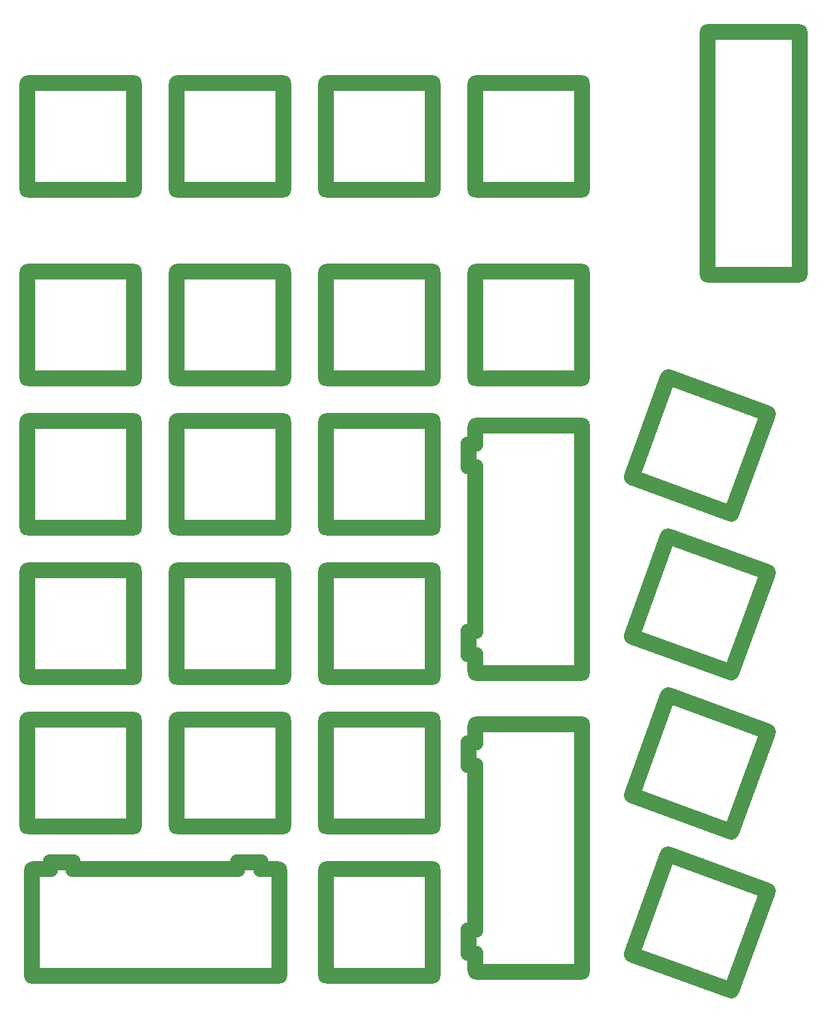
<source format=gbr>
G04 #@! TF.GenerationSoftware,KiCad,Pcbnew,(5.1.5)-3*
G04 #@! TF.CreationDate,2021-03-06T02:04:42+09:00*
G04 #@! TF.ProjectId,Getta25,47657474-6132-4352-9e6b-696361645f70,rev?*
G04 #@! TF.SameCoordinates,Original*
G04 #@! TF.FileFunction,Copper,L2,Bot*
G04 #@! TF.FilePolarity,Positive*
%FSLAX46Y46*%
G04 Gerber Fmt 4.6, Leading zero omitted, Abs format (unit mm)*
G04 Created by KiCad (PCBNEW (5.1.5)-3) date 2021-03-06 02:04:42*
%MOMM*%
%LPD*%
G04 APERTURE LIST*
%ADD10O,2.000000X15.500000*%
%ADD11O,15.500000X2.000000*%
%ADD12C,2.000000*%
%ADD13O,33.500000X2.000000*%
%ADD14O,22.900000X2.000000*%
%ADD15O,4.000000X2.000000*%
%ADD16O,4.700000X2.000000*%
%ADD17O,2.000000X2.900000*%
%ADD18O,2.000000X4.000000*%
%ADD19O,2.000000X4.700000*%
%ADD20O,2.900000X2.000000*%
%ADD21O,2.000000X22.900000*%
%ADD22O,2.000000X33.500000*%
%ADD23O,13.650000X2.000000*%
%ADD24O,2.000000X32.900000*%
G04 APERTURE END LIST*
D10*
X80150000Y-67600000D03*
X66550000Y-67600000D03*
D11*
X73350000Y-74400000D03*
X73350000Y-60800000D03*
D10*
X99200000Y-24500000D03*
X85600000Y-24500000D03*
D11*
X92400000Y-31300000D03*
X92400000Y-17700000D03*
D12*
X105501454Y-128767188D02*
X110118726Y-116081338D01*
X118281274Y-133418662D02*
X122898546Y-120732812D01*
X122868662Y-120668726D02*
X110182812Y-116051454D01*
X118217188Y-133448546D02*
X105531338Y-128831274D01*
D10*
X42050000Y-105700000D03*
X28450000Y-105700000D03*
D11*
X35250000Y-112500000D03*
X35250000Y-98900000D03*
D10*
X61100000Y-105700000D03*
X47500000Y-105700000D03*
D11*
X54300000Y-112500000D03*
X54300000Y-98900000D03*
D10*
X80150000Y-105700000D03*
X66550000Y-105700000D03*
D11*
X73350000Y-112500000D03*
X73350000Y-98900000D03*
D12*
X105501454Y-108487188D02*
X110118726Y-95801338D01*
X118281274Y-113138662D02*
X122898546Y-100452812D01*
X122868662Y-100388726D02*
X110182812Y-95771454D01*
X118217188Y-113168546D02*
X105531338Y-108551274D01*
D10*
X61100000Y-86650000D03*
X47500000Y-86650000D03*
D11*
X54300000Y-93450000D03*
X54300000Y-79850000D03*
D10*
X80150000Y-86650000D03*
X66550000Y-86650000D03*
D11*
X73350000Y-93450000D03*
X73350000Y-79850000D03*
D12*
X105501454Y-88197188D02*
X110118726Y-75511338D01*
X118281274Y-92848662D02*
X122898546Y-80162812D01*
X122868662Y-80098726D02*
X110182812Y-75481454D01*
X118217188Y-92878546D02*
X105531338Y-88261274D01*
D10*
X42050000Y-67600000D03*
X28450000Y-67600000D03*
D11*
X35250000Y-74400000D03*
X35250000Y-60800000D03*
D12*
X105501454Y-67917188D02*
X110118726Y-55231338D01*
X118281274Y-72568662D02*
X122898546Y-59882812D01*
X122868662Y-59818726D02*
X110182812Y-55201454D01*
X118217188Y-72598546D02*
X105531338Y-67981274D01*
D10*
X42050000Y-48550000D03*
X28450000Y-48550000D03*
D11*
X35250000Y-55350000D03*
X35250000Y-41750000D03*
D10*
X61100000Y-48550000D03*
X47500000Y-48550000D03*
D11*
X54300000Y-55350000D03*
X54300000Y-41750000D03*
D10*
X80150000Y-48550000D03*
X66550000Y-48550000D03*
D11*
X73350000Y-55350000D03*
X73350000Y-41750000D03*
D10*
X99200000Y-48550000D03*
X85600000Y-48550000D03*
D11*
X92400000Y-55350000D03*
X92400000Y-41750000D03*
D10*
X42050000Y-24500000D03*
X28450000Y-24500000D03*
D11*
X35250000Y-31300000D03*
X35250000Y-17700000D03*
D10*
X61100000Y-24500000D03*
X47500000Y-24500000D03*
D11*
X54300000Y-31300000D03*
X54300000Y-17700000D03*
D10*
X80150000Y-24500000D03*
X66550000Y-24500000D03*
D11*
X73350000Y-31300000D03*
X73350000Y-17700000D03*
D10*
X42050000Y-86650000D03*
X28450000Y-86650000D03*
D11*
X35250000Y-93450000D03*
X35250000Y-79850000D03*
D10*
X61100000Y-67600000D03*
X47500000Y-67600000D03*
D11*
X54300000Y-74400000D03*
X54300000Y-60800000D03*
D10*
X80150000Y-124750000D03*
X66550000Y-124750000D03*
D11*
X73350000Y-131550000D03*
X73350000Y-117950000D03*
D13*
X44775000Y-131550000D03*
D14*
X44775000Y-117950000D03*
D15*
X59375000Y-117950000D03*
D10*
X28975000Y-124750000D03*
X60575000Y-124750000D03*
D16*
X56725000Y-117050000D03*
D17*
X58175000Y-117500000D03*
X55275000Y-117500000D03*
X31375000Y-117500000D03*
X34275000Y-117500000D03*
D16*
X32825000Y-117050000D03*
D15*
X30175000Y-117950000D03*
D18*
X85600000Y-129825000D03*
D19*
X84700000Y-127175000D03*
D20*
X85150000Y-125725000D03*
X85150000Y-128625000D03*
X85150000Y-104725000D03*
X85150000Y-101825000D03*
D19*
X84700000Y-103275000D03*
D11*
X92400000Y-99425000D03*
X92400000Y-131025000D03*
D18*
X85600000Y-100625000D03*
D21*
X85600000Y-115225000D03*
D22*
X99200000Y-115225000D03*
X99200000Y-77125000D03*
D21*
X85600000Y-77125000D03*
D18*
X85600000Y-62525000D03*
D11*
X92400000Y-92925000D03*
X92400000Y-61325000D03*
D19*
X84700000Y-65175000D03*
D20*
X85150000Y-63725000D03*
X85150000Y-66625000D03*
X85150000Y-90525000D03*
X85150000Y-87625000D03*
D19*
X84700000Y-89075000D03*
D18*
X85600000Y-91725000D03*
D23*
X121050000Y-42150000D03*
D24*
X126950000Y-26650000D03*
D23*
X121050000Y-11150000D03*
D24*
X115150000Y-26650000D03*
M02*

</source>
